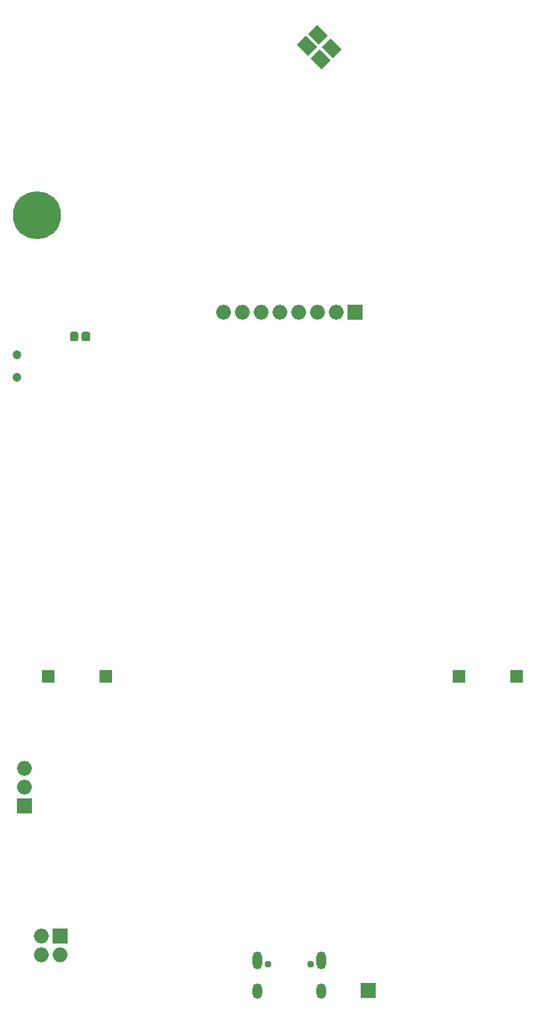
<source format=gbr>
G04 #@! TF.GenerationSoftware,KiCad,Pcbnew,5.1.5*
G04 #@! TF.CreationDate,2020-02-22T18:04:54-06:00*
G04 #@! TF.ProjectId,BSidesIA2020,42536964-6573-4494-9132-3032302e6b69,rev?*
G04 #@! TF.SameCoordinates,Original*
G04 #@! TF.FileFunction,Soldermask,Top*
G04 #@! TF.FilePolarity,Negative*
%FSLAX46Y46*%
G04 Gerber Fmt 4.6, Leading zero omitted, Abs format (unit mm)*
G04 Created by KiCad (PCBNEW 5.1.5) date 2020-02-22 18:04:54*
%MOMM*%
%LPD*%
G04 APERTURE LIST*
%ADD10C,6.500000*%
%ADD11C,0.100000*%
%ADD12R,2.000000X2.000000*%
%ADD13O,2.000000X2.000000*%
%ADD14O,1.300000X2.400000*%
%ADD15O,1.300000X2.100000*%
%ADD16C,0.950000*%
%ADD17C,1.200000*%
%ADD18R,1.800000X1.800000*%
G04 APERTURE END LIST*
D10*
X111700000Y-53050000D03*
D11*
G36*
X151358579Y-32126345D02*
G01*
X150156497Y-33328427D01*
X148671573Y-31843503D01*
X149873655Y-30641421D01*
X151358579Y-32126345D01*
G37*
G36*
X149520101Y-30287867D02*
G01*
X148318019Y-31489949D01*
X146833095Y-30005025D01*
X148035177Y-28802943D01*
X149520101Y-30287867D01*
G37*
G36*
X152843503Y-30641421D02*
G01*
X151641421Y-31843503D01*
X150156497Y-30358579D01*
X151358579Y-29156497D01*
X152843503Y-30641421D01*
G37*
G36*
X151005025Y-28802943D02*
G01*
X149802943Y-30005025D01*
X148318019Y-28520101D01*
X149520101Y-27318019D01*
X151005025Y-28802943D01*
G37*
G36*
X117035043Y-68876414D02*
G01*
X117063558Y-68880644D01*
X117091521Y-68887649D01*
X117118663Y-68897360D01*
X117144723Y-68909686D01*
X117169449Y-68924506D01*
X117192603Y-68941678D01*
X117213963Y-68961037D01*
X117233322Y-68982397D01*
X117250494Y-69005551D01*
X117265314Y-69030277D01*
X117277640Y-69056337D01*
X117287351Y-69083479D01*
X117294356Y-69111442D01*
X117298586Y-69139957D01*
X117300000Y-69168750D01*
X117300000Y-69831250D01*
X117298586Y-69860043D01*
X117294356Y-69888558D01*
X117287351Y-69916521D01*
X117277640Y-69943663D01*
X117265314Y-69969723D01*
X117250494Y-69994449D01*
X117233322Y-70017603D01*
X117213963Y-70038963D01*
X117192603Y-70058322D01*
X117169449Y-70075494D01*
X117144723Y-70090314D01*
X117118663Y-70102640D01*
X117091521Y-70112351D01*
X117063558Y-70119356D01*
X117035043Y-70123586D01*
X117006250Y-70125000D01*
X116418750Y-70125000D01*
X116389957Y-70123586D01*
X116361442Y-70119356D01*
X116333479Y-70112351D01*
X116306337Y-70102640D01*
X116280277Y-70090314D01*
X116255551Y-70075494D01*
X116232397Y-70058322D01*
X116211037Y-70038963D01*
X116191678Y-70017603D01*
X116174506Y-69994449D01*
X116159686Y-69969723D01*
X116147360Y-69943663D01*
X116137649Y-69916521D01*
X116130644Y-69888558D01*
X116126414Y-69860043D01*
X116125000Y-69831250D01*
X116125000Y-69168750D01*
X116126414Y-69139957D01*
X116130644Y-69111442D01*
X116137649Y-69083479D01*
X116147360Y-69056337D01*
X116159686Y-69030277D01*
X116174506Y-69005551D01*
X116191678Y-68982397D01*
X116211037Y-68961037D01*
X116232397Y-68941678D01*
X116255551Y-68924506D01*
X116280277Y-68909686D01*
X116306337Y-68897360D01*
X116333479Y-68887649D01*
X116361442Y-68880644D01*
X116389957Y-68876414D01*
X116418750Y-68875000D01*
X117006250Y-68875000D01*
X117035043Y-68876414D01*
G37*
G36*
X118610043Y-68876414D02*
G01*
X118638558Y-68880644D01*
X118666521Y-68887649D01*
X118693663Y-68897360D01*
X118719723Y-68909686D01*
X118744449Y-68924506D01*
X118767603Y-68941678D01*
X118788963Y-68961037D01*
X118808322Y-68982397D01*
X118825494Y-69005551D01*
X118840314Y-69030277D01*
X118852640Y-69056337D01*
X118862351Y-69083479D01*
X118869356Y-69111442D01*
X118873586Y-69139957D01*
X118875000Y-69168750D01*
X118875000Y-69831250D01*
X118873586Y-69860043D01*
X118869356Y-69888558D01*
X118862351Y-69916521D01*
X118852640Y-69943663D01*
X118840314Y-69969723D01*
X118825494Y-69994449D01*
X118808322Y-70017603D01*
X118788963Y-70038963D01*
X118767603Y-70058322D01*
X118744449Y-70075494D01*
X118719723Y-70090314D01*
X118693663Y-70102640D01*
X118666521Y-70112351D01*
X118638558Y-70119356D01*
X118610043Y-70123586D01*
X118581250Y-70125000D01*
X117993750Y-70125000D01*
X117964957Y-70123586D01*
X117936442Y-70119356D01*
X117908479Y-70112351D01*
X117881337Y-70102640D01*
X117855277Y-70090314D01*
X117830551Y-70075494D01*
X117807397Y-70058322D01*
X117786037Y-70038963D01*
X117766678Y-70017603D01*
X117749506Y-69994449D01*
X117734686Y-69969723D01*
X117722360Y-69943663D01*
X117712649Y-69916521D01*
X117705644Y-69888558D01*
X117701414Y-69860043D01*
X117700000Y-69831250D01*
X117700000Y-69168750D01*
X117701414Y-69139957D01*
X117705644Y-69111442D01*
X117712649Y-69083479D01*
X117722360Y-69056337D01*
X117734686Y-69030277D01*
X117749506Y-69005551D01*
X117766678Y-68982397D01*
X117786037Y-68961037D01*
X117807397Y-68941678D01*
X117830551Y-68924506D01*
X117855277Y-68909686D01*
X117881337Y-68897360D01*
X117908479Y-68887649D01*
X117936442Y-68880644D01*
X117964957Y-68876414D01*
X117993750Y-68875000D01*
X118581250Y-68875000D01*
X118610043Y-68876414D01*
G37*
D12*
X114800000Y-150600000D03*
D13*
X112260000Y-150600000D03*
X114800000Y-153140000D03*
X112260000Y-153140000D03*
D12*
X156500000Y-158000000D03*
X110000000Y-133000000D03*
D13*
X110000000Y-130460000D03*
X110000000Y-127920000D03*
D12*
X154650212Y-66200000D03*
D13*
X152110212Y-66200000D03*
X149570212Y-66200000D03*
X147030212Y-66200000D03*
X144490212Y-66200000D03*
X141950212Y-66200000D03*
X139410212Y-66200000D03*
X136870212Y-66200000D03*
D14*
X150095212Y-153900000D03*
X141455212Y-153900000D03*
D15*
X150095212Y-158050000D03*
X141455212Y-158050000D03*
D16*
X142885212Y-154400000D03*
X148665212Y-154400000D03*
D17*
X109000000Y-75000000D03*
X109000000Y-72000000D03*
D18*
X176500001Y-115500000D03*
X168700001Y-115500000D03*
X121000000Y-115500000D03*
X113200000Y-115500000D03*
M02*

</source>
